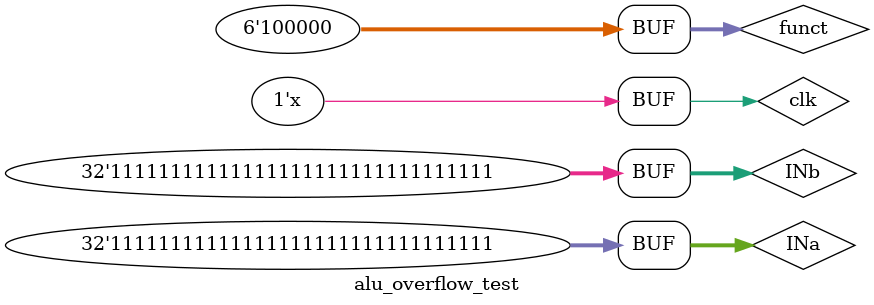
<source format=v>
`timescale 1ps / 1ps


module alu_overflow_test;

	// Inputs
	reg [5:0] funct;
	reg [31:0] INa;
	reg [31:0] INb;
	reg clk;

	// Outputs
	wire [31:0] OUT;
	wire overflow;

	// Instantiate the Unit Under Test (UUT)
	ALU uut (
		.funct(funct), 
		.INa(INa), 
		.INb(INb), 
		.clk(clk), 
		.OUT(OUT), 
		.overflow(overflow)
	);

	initial begin
		// Initialize Inputs
		funct = 6'b100000;
		INa = 32'b11111111111111111111111111111111;
		INb = 32'b11111111111111111111111111111111;
		clk = 0;

		// Wait 100 ns for global reset to finish
		#100;
        
		// Add stimulus here

	end
      always #1 clk =~clk;
endmodule


</source>
